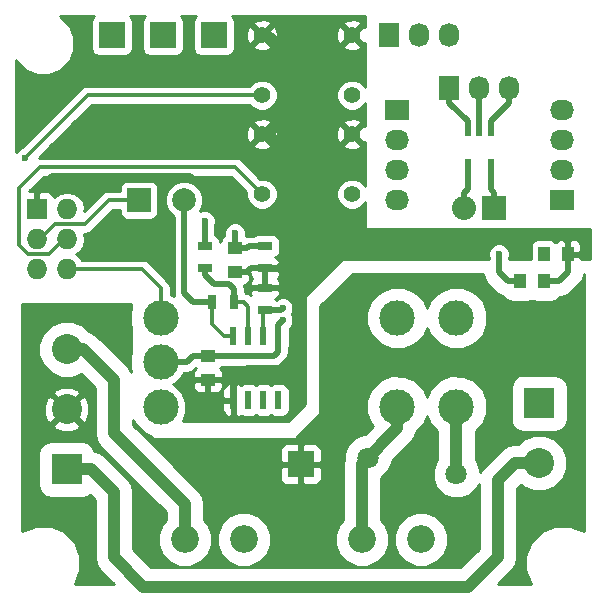
<source format=gbl>
%TF.GenerationSoftware,KiCad,Pcbnew,0.201512281231+6406~40~ubuntu14.04.1-stable*%
%TF.CreationDate,2016-01-03T22:13:40+01:00*%
%TF.ProjectId,hv,68762E6B696361645F70636200000000,rev?*%
%TF.FileFunction,Copper,L2,Bot,Signal*%
%FSLAX46Y46*%
G04 Gerber Fmt 4.6, Leading zero omitted, Abs format (unit mm)*
G04 Created by KiCad (PCBNEW 0.201512281231+6406~40~ubuntu14.04.1-stable) date Son 03 Jan 2016 22:13:40 CET*
%MOMM*%
G01*
G04 APERTURE LIST*
%ADD10C,0.200000*%
%ADD11C,2.349500*%
%ADD12R,1.727200X1.727200*%
%ADD13O,1.727200X1.727200*%
%ADD14R,2.235200X2.235200*%
%ADD15R,2.540000X2.540000*%
%ADD16C,2.540000*%
%ADD17C,3.000000*%
%ADD18R,0.600000X1.550000*%
%ADD19R,1.250000X1.000000*%
%ADD20R,1.000000X1.250000*%
%ADD21C,1.998980*%
%ADD22R,1.998980X1.998980*%
%ADD23R,1.300000X0.700000*%
%ADD24R,0.700000X1.300000*%
%ADD25C,1.800000*%
%ADD26C,1.397000*%
%ADD27R,2.032000X1.727200*%
%ADD28O,2.032000X1.727200*%
%ADD29R,1.727200X2.032000*%
%ADD30O,1.727200X2.032000*%
%ADD31R,2.032000X2.032000*%
%ADD32O,2.032000X2.032000*%
%ADD33R,0.600000X0.900000*%
%ADD34C,0.600000*%
%ADD35C,0.500000*%
%ADD36C,0.350000*%
%ADD37C,1.000000*%
%ADD38C,0.254000*%
G04 APERTURE END LIST*
D10*
D11*
X174998740Y-110000000D03*
X170000020Y-110000000D03*
X185001260Y-110000000D03*
X189999980Y-110000000D03*
D12*
X157480000Y-82042000D03*
D13*
X160020000Y-82042000D03*
X157480000Y-84582000D03*
X160020000Y-84582000D03*
X157480000Y-87122000D03*
X160020000Y-87122000D03*
D14*
X168148000Y-67310000D03*
X172466000Y-67310000D03*
X163830000Y-67310000D03*
D15*
X200000000Y-98460000D03*
D16*
X200000000Y-103540000D03*
D17*
X168000000Y-91250000D03*
X168000000Y-95000000D03*
X168000000Y-98750000D03*
X188000000Y-91250000D03*
X188000000Y-98750000D03*
X193000000Y-91250000D03*
X193000000Y-98750000D03*
D18*
X174117000Y-92804000D03*
X175387000Y-92804000D03*
X176657000Y-92804000D03*
X177927000Y-92804000D03*
X177927000Y-98204000D03*
X176657000Y-98204000D03*
X175387000Y-98204000D03*
X174117000Y-98204000D03*
D19*
X171958000Y-94504000D03*
X171958000Y-96504000D03*
D20*
X200422000Y-85852000D03*
X202422000Y-85852000D03*
D19*
X174244000Y-85360000D03*
X174244000Y-87360000D03*
D20*
X198390000Y-88138000D03*
X200390000Y-88138000D03*
D21*
X169926000Y-81280000D03*
D22*
X166116000Y-81280000D03*
D15*
X160000000Y-104080000D03*
D16*
X160000000Y-99000000D03*
X160000000Y-93920000D03*
D23*
X171704000Y-87056000D03*
X171704000Y-85156000D03*
X176784000Y-88712000D03*
X176784000Y-90612000D03*
D24*
X174178000Y-89916000D03*
X172278000Y-89916000D03*
D23*
X176784000Y-87056000D03*
X176784000Y-85156000D03*
D25*
X193000000Y-104500000D03*
X185500000Y-103100000D03*
D14*
X179832000Y-103632000D03*
D26*
X176530000Y-72390000D03*
X176530000Y-67310000D03*
X184150000Y-72390000D03*
X184150000Y-67310000D03*
X176530000Y-80772000D03*
X176530000Y-75692000D03*
X184150000Y-80772000D03*
X184150000Y-75692000D03*
D27*
X187960000Y-73660000D03*
D28*
X187960000Y-76200000D03*
X187960000Y-78740000D03*
X187960000Y-81280000D03*
D27*
X201930000Y-81280000D03*
D28*
X201930000Y-78740000D03*
X201930000Y-76200000D03*
X201930000Y-73660000D03*
D29*
X192405000Y-71755000D03*
D30*
X194945000Y-71755000D03*
X197485000Y-71755000D03*
D31*
X196215000Y-81915000D03*
D32*
X193675000Y-81915000D03*
D33*
X195895000Y-78235000D03*
X194945000Y-75435000D03*
X193995000Y-78235000D03*
X195895000Y-75435000D03*
X193995000Y-75435000D03*
D29*
X187325000Y-67310000D03*
D30*
X189865000Y-67310000D03*
X192405000Y-67310000D03*
D34*
X174244000Y-84074000D03*
X178308000Y-91440000D03*
X196596000Y-85852000D03*
X202438000Y-84836000D03*
X156464000Y-77724000D03*
X171704000Y-83058000D03*
X178308000Y-90424000D03*
D35*
X174244000Y-85360000D02*
X174244000Y-84074000D01*
X176784000Y-85156000D02*
X175448000Y-85156000D01*
X175448000Y-85156000D02*
X175244000Y-85360000D01*
X175244000Y-85360000D02*
X174244000Y-85360000D01*
D36*
X157480000Y-84582000D02*
X157734000Y-84582000D01*
X157734000Y-84582000D02*
X159004000Y-83312000D01*
X159004000Y-83312000D02*
X161544000Y-83312000D01*
X161544000Y-83312000D02*
X163576000Y-81280000D01*
X163576000Y-81280000D02*
X166116000Y-81280000D01*
D35*
X177927000Y-92804000D02*
X177927000Y-91821000D01*
X177927000Y-91821000D02*
X178308000Y-91440000D01*
X168000000Y-95000000D02*
X170176000Y-95000000D01*
X170176000Y-95000000D02*
X170672000Y-94504000D01*
X170672000Y-94504000D02*
X171958000Y-94504000D01*
X171958000Y-94504000D02*
X177530000Y-94504000D01*
X177530000Y-94504000D02*
X177927000Y-94107000D01*
X177927000Y-94107000D02*
X177927000Y-92804000D01*
X198390000Y-88138000D02*
X197358000Y-88138000D01*
X197358000Y-88138000D02*
X196596000Y-87376000D01*
X196596000Y-87376000D02*
X196596000Y-85852000D01*
D36*
X171958000Y-94504000D02*
X170672000Y-94504000D01*
X170672000Y-94504000D02*
X170176000Y-95000000D01*
X171958000Y-94504000D02*
X177530000Y-94504000D01*
X177530000Y-94504000D02*
X177927000Y-94107000D01*
X177927000Y-94107000D02*
X177927000Y-92804000D01*
D35*
X176530000Y-75692000D02*
X177292000Y-75692000D01*
X177292000Y-75692000D02*
X178054000Y-76454000D01*
X178054000Y-76454000D02*
X178054000Y-83058000D01*
X176530000Y-67310000D02*
X177292000Y-67310000D01*
X178054000Y-74930000D02*
X177292000Y-75692000D01*
X178054000Y-68072000D02*
X178054000Y-74930000D01*
X177292000Y-67310000D02*
X178054000Y-68072000D01*
X157480000Y-82042000D02*
X157480000Y-80518000D01*
X157480000Y-80518000D02*
X158750000Y-79248000D01*
X158750000Y-79248000D02*
X170434000Y-79248000D01*
X170434000Y-79248000D02*
X174244000Y-83058000D01*
X174244000Y-83058000D02*
X178054000Y-83058000D01*
X178054000Y-83058000D02*
X179324000Y-84328000D01*
X176784000Y-87056000D02*
X177866000Y-87056000D01*
X177866000Y-87056000D02*
X178562000Y-86360000D01*
X178562000Y-86360000D02*
X178562000Y-85090000D01*
X178562000Y-85090000D02*
X179324000Y-84328000D01*
X201930000Y-84328000D02*
X202438000Y-84836000D01*
X179324000Y-84328000D02*
X201930000Y-84328000D01*
X174117000Y-98204000D02*
X174117000Y-96647000D01*
X178374000Y-88712000D02*
X176784000Y-88712000D01*
X179324000Y-89662000D02*
X178374000Y-88712000D01*
X179324000Y-94234000D02*
X179324000Y-89662000D01*
X178054000Y-95504000D02*
X179324000Y-94234000D01*
X175260000Y-95504000D02*
X178054000Y-95504000D01*
X174117000Y-96647000D02*
X175260000Y-95504000D01*
X176784000Y-87056000D02*
X176784000Y-88712000D01*
X176784000Y-87056000D02*
X175580000Y-87056000D01*
X175580000Y-87056000D02*
X175276000Y-87360000D01*
X175276000Y-87360000D02*
X174244000Y-87360000D01*
X200390000Y-88138000D02*
X201676000Y-88138000D01*
X202422000Y-84852000D02*
X202438000Y-84836000D01*
X202422000Y-87392000D02*
X202422000Y-84852000D01*
X201676000Y-88138000D02*
X202422000Y-87392000D01*
D36*
X174244000Y-87360000D02*
X175276000Y-87360000D01*
X175276000Y-87360000D02*
X175580000Y-87056000D01*
X171958000Y-96504000D02*
X173720000Y-96504000D01*
X173720000Y-96504000D02*
X174117000Y-96901000D01*
X174117000Y-96901000D02*
X174117000Y-98204000D01*
D37*
X160000000Y-93920000D02*
X161420000Y-93920000D01*
X161420000Y-93920000D02*
X164000000Y-96500000D01*
X164000000Y-96500000D02*
X164000000Y-101000000D01*
X164000000Y-101000000D02*
X170000020Y-107000020D01*
X170000020Y-107000020D02*
X170000020Y-110000000D01*
X185001260Y-110000000D02*
X185001260Y-103598740D01*
X185001260Y-103598740D02*
X188000000Y-100600000D01*
X188000000Y-100600000D02*
X188000000Y-98750000D01*
D36*
X160020000Y-84582000D02*
X159766000Y-84582000D01*
X159766000Y-84582000D02*
X158496000Y-85852000D01*
X174244000Y-78486000D02*
X176530000Y-80772000D01*
X157734000Y-78486000D02*
X174244000Y-78486000D01*
X155956000Y-80264000D02*
X157734000Y-78486000D01*
X155956000Y-85090000D02*
X155956000Y-80264000D01*
X156718000Y-85852000D02*
X155956000Y-85090000D01*
X158496000Y-85852000D02*
X156718000Y-85852000D01*
X161798000Y-72390000D02*
X176530000Y-72390000D01*
X156464000Y-77724000D02*
X161798000Y-72390000D01*
X168000000Y-91250000D02*
X168000000Y-88752000D01*
X168000000Y-88752000D02*
X166370000Y-87122000D01*
X166370000Y-87122000D02*
X160020000Y-87122000D01*
D37*
X160000000Y-104080000D02*
X162080000Y-104080000D01*
X162080000Y-104080000D02*
X164000000Y-106000000D01*
X164000000Y-106000000D02*
X164000000Y-111500000D01*
X164000000Y-111500000D02*
X166500000Y-114000000D01*
X166500000Y-114000000D02*
X194000000Y-114000000D01*
X194000000Y-114000000D02*
X196500000Y-111500000D01*
X196500000Y-111500000D02*
X196500000Y-105000000D01*
X196500000Y-105000000D02*
X197960000Y-103540000D01*
X197960000Y-103540000D02*
X200000000Y-103540000D01*
D35*
X171704000Y-85156000D02*
X171704000Y-83058000D01*
X174178000Y-89916000D02*
X174178000Y-88834000D01*
X174178000Y-88834000D02*
X173736000Y-88392000D01*
X173736000Y-88392000D02*
X172466000Y-88392000D01*
X172466000Y-88392000D02*
X171704000Y-87630000D01*
X171704000Y-87630000D02*
X171704000Y-87056000D01*
D36*
X171704000Y-87056000D02*
X171704000Y-87630000D01*
X171704000Y-87630000D02*
X172466000Y-88392000D01*
X172466000Y-88392000D02*
X173736000Y-88392000D01*
X173736000Y-88392000D02*
X174178000Y-88834000D01*
X175387000Y-92804000D02*
X175387000Y-90297000D01*
X175387000Y-90297000D02*
X175006000Y-89916000D01*
X175006000Y-89916000D02*
X174178000Y-89916000D01*
D35*
X176784000Y-90612000D02*
X178120000Y-90612000D01*
X178120000Y-90612000D02*
X178308000Y-90424000D01*
D36*
X176657000Y-92804000D02*
X176657000Y-90739000D01*
X176657000Y-90739000D02*
X176784000Y-90612000D01*
D37*
X193000000Y-98750000D02*
X193000000Y-104500000D01*
D35*
X172278000Y-89916000D02*
X170688000Y-89916000D01*
X169926000Y-89154000D02*
X169926000Y-81280000D01*
X170688000Y-89916000D02*
X169926000Y-89154000D01*
D36*
X174117000Y-92804000D02*
X173322000Y-92804000D01*
X173322000Y-92804000D02*
X172278000Y-91760000D01*
X172278000Y-91760000D02*
X172278000Y-89916000D01*
D35*
X193995000Y-75435000D02*
X193995000Y-74615000D01*
X192405000Y-73025000D02*
X192405000Y-71755000D01*
X193995000Y-74615000D02*
X192405000Y-73025000D01*
X194945000Y-75435000D02*
X194945000Y-71755000D01*
X195895000Y-75435000D02*
X195895000Y-74615000D01*
X197485000Y-73025000D02*
X197485000Y-71755000D01*
X195895000Y-74615000D02*
X197485000Y-73025000D01*
X195895000Y-78235000D02*
X195895000Y-80325000D01*
X196215000Y-80645000D02*
X196215000Y-81915000D01*
X195895000Y-80325000D02*
X196215000Y-80645000D01*
X193995000Y-78235000D02*
X193995000Y-80325000D01*
X193675000Y-80645000D02*
X193675000Y-81915000D01*
X193995000Y-80325000D02*
X193675000Y-80645000D01*
D38*
G36*
X195323818Y-87902955D02*
X195622314Y-88349686D01*
X196384314Y-89111686D01*
X196831045Y-89410182D01*
X196987198Y-89441243D01*
X197066331Y-89564219D01*
X197442944Y-89821548D01*
X197890000Y-89912079D01*
X198890000Y-89912079D01*
X199307641Y-89833494D01*
X199386325Y-89782862D01*
X199442944Y-89821548D01*
X199890000Y-89912079D01*
X200890000Y-89912079D01*
X201307641Y-89833494D01*
X201691219Y-89586669D01*
X201750285Y-89500224D01*
X202202955Y-89410182D01*
X202649686Y-89111686D01*
X203395686Y-88365686D01*
X203694182Y-87918955D01*
X203776921Y-87503000D01*
X203798000Y-87503000D01*
X203798000Y-109329737D01*
X203791766Y-109323492D01*
X202631121Y-108841550D01*
X201374393Y-108840453D01*
X200212908Y-109320369D01*
X199323492Y-110208234D01*
X198841550Y-111368879D01*
X198840453Y-112625607D01*
X199320369Y-113787092D01*
X199331258Y-113798000D01*
X196502926Y-113798000D01*
X197650463Y-112650463D01*
X198003152Y-112122626D01*
X198127000Y-111500000D01*
X198127000Y-105673926D01*
X198435413Y-105365513D01*
X198640436Y-105570893D01*
X199521115Y-105936583D01*
X200474701Y-105937415D01*
X201356018Y-105573263D01*
X202030893Y-104899564D01*
X202396583Y-104018885D01*
X202397415Y-103065299D01*
X202033263Y-102183982D01*
X201359564Y-101509107D01*
X200478885Y-101143417D01*
X199525299Y-101142585D01*
X198643982Y-101506737D01*
X198237010Y-101913000D01*
X197960005Y-101913000D01*
X197960000Y-101912999D01*
X197337374Y-102036848D01*
X196809537Y-102389537D01*
X195349537Y-103849537D01*
X195027147Y-104332028D01*
X195027351Y-104098574D01*
X194719409Y-103353297D01*
X194627000Y-103260727D01*
X194627000Y-100837739D01*
X195225764Y-100240019D01*
X195626543Y-99274835D01*
X195627455Y-98229750D01*
X195228361Y-97263868D01*
X195154622Y-97190000D01*
X197580921Y-97190000D01*
X197580921Y-99730000D01*
X197659506Y-100147641D01*
X197906331Y-100531219D01*
X198282944Y-100788548D01*
X198730000Y-100879079D01*
X201270000Y-100879079D01*
X201687641Y-100800494D01*
X202071219Y-100553669D01*
X202328548Y-100177056D01*
X202419079Y-99730000D01*
X202419079Y-97190000D01*
X202340494Y-96772359D01*
X202093669Y-96388781D01*
X201717056Y-96131452D01*
X201270000Y-96040921D01*
X198730000Y-96040921D01*
X198312359Y-96119506D01*
X197928781Y-96366331D01*
X197671452Y-96742944D01*
X197580921Y-97190000D01*
X195154622Y-97190000D01*
X194490019Y-96524236D01*
X193524835Y-96123457D01*
X192479750Y-96122545D01*
X191513868Y-96521639D01*
X190774236Y-97259981D01*
X190499820Y-97920849D01*
X190228361Y-97263868D01*
X189490019Y-96524236D01*
X188524835Y-96123457D01*
X187479750Y-96122545D01*
X186513868Y-96521639D01*
X185774236Y-97259981D01*
X185373457Y-98225165D01*
X185372545Y-99270250D01*
X185771639Y-100236132D01*
X185917163Y-100381911D01*
X185226313Y-101072761D01*
X185098574Y-101072649D01*
X184353297Y-101380591D01*
X183782595Y-101950298D01*
X183473353Y-102695036D01*
X183472997Y-103102354D01*
X183374260Y-103598740D01*
X183374260Y-108371834D01*
X183051069Y-108694461D01*
X182699910Y-109540145D01*
X182699111Y-110455838D01*
X183048793Y-111302133D01*
X183695721Y-111950191D01*
X184541405Y-112301350D01*
X185457098Y-112302149D01*
X186303393Y-111952467D01*
X186951451Y-111305539D01*
X187302610Y-110459855D01*
X187302613Y-110455838D01*
X187697831Y-110455838D01*
X188047513Y-111302133D01*
X188694441Y-111950191D01*
X189540125Y-112301350D01*
X190455818Y-112302149D01*
X191302113Y-111952467D01*
X191950171Y-111305539D01*
X192301330Y-110459855D01*
X192302129Y-109544162D01*
X191952447Y-108697867D01*
X191305519Y-108049809D01*
X190459835Y-107698650D01*
X189544142Y-107697851D01*
X188697847Y-108047533D01*
X188049789Y-108694461D01*
X187698630Y-109540145D01*
X187697831Y-110455838D01*
X187302613Y-110455838D01*
X187303409Y-109544162D01*
X186953727Y-108697867D01*
X186628260Y-108371832D01*
X186628260Y-104827029D01*
X186646703Y-104819409D01*
X187217405Y-104249702D01*
X187526647Y-103504964D01*
X187526761Y-103374165D01*
X189150463Y-101750463D01*
X189503152Y-101222626D01*
X189567995Y-100896641D01*
X190225764Y-100240019D01*
X190500180Y-99579151D01*
X190771639Y-100236132D01*
X191373000Y-100838544D01*
X191373000Y-103260051D01*
X191282595Y-103350298D01*
X190973353Y-104095036D01*
X190972649Y-104901426D01*
X191280591Y-105646703D01*
X191850298Y-106217405D01*
X192595036Y-106526647D01*
X193401426Y-106527351D01*
X194146703Y-106219409D01*
X194717405Y-105649702D01*
X194873000Y-105274987D01*
X194873000Y-110826074D01*
X193326074Y-112373000D01*
X167173926Y-112373000D01*
X165627000Y-110826074D01*
X165627000Y-106000000D01*
X165503152Y-105377374D01*
X165150463Y-104849537D01*
X163230463Y-102929537D01*
X162702626Y-102576848D01*
X162362477Y-102509188D01*
X162340494Y-102392359D01*
X162093669Y-102008781D01*
X161717056Y-101751452D01*
X161270000Y-101660921D01*
X158730000Y-101660921D01*
X158312359Y-101739506D01*
X157928781Y-101986331D01*
X157671452Y-102362944D01*
X157580921Y-102810000D01*
X157580921Y-105350000D01*
X157659506Y-105767641D01*
X157906331Y-106151219D01*
X158282944Y-106408548D01*
X158730000Y-106499079D01*
X161270000Y-106499079D01*
X161687641Y-106420494D01*
X161950453Y-106251379D01*
X162373000Y-106673926D01*
X162373000Y-111500000D01*
X162496848Y-112122626D01*
X162849537Y-112650463D01*
X163997074Y-113798000D01*
X160670263Y-113798000D01*
X160676508Y-113791766D01*
X161158450Y-112631121D01*
X161159547Y-111374393D01*
X160679631Y-110212908D01*
X159791766Y-109323492D01*
X158631121Y-108841550D01*
X157374393Y-108840453D01*
X156212908Y-109320369D01*
X156202000Y-109331258D01*
X156202000Y-100347777D01*
X158831828Y-100347777D01*
X158963520Y-100642657D01*
X159671036Y-100914261D01*
X160428632Y-100894436D01*
X161036480Y-100642657D01*
X161168172Y-100347777D01*
X160000000Y-99179605D01*
X158831828Y-100347777D01*
X156202000Y-100347777D01*
X156202000Y-98671036D01*
X158085739Y-98671036D01*
X158105564Y-99428632D01*
X158357343Y-100036480D01*
X158652223Y-100168172D01*
X159820395Y-99000000D01*
X160179605Y-99000000D01*
X161347777Y-100168172D01*
X161642657Y-100036480D01*
X161914261Y-99328964D01*
X161894436Y-98571368D01*
X161642657Y-97963520D01*
X161347777Y-97831828D01*
X160179605Y-99000000D01*
X159820395Y-99000000D01*
X158652223Y-97831828D01*
X158357343Y-97963520D01*
X158085739Y-98671036D01*
X156202000Y-98671036D01*
X156202000Y-97652223D01*
X158831828Y-97652223D01*
X160000000Y-98820395D01*
X161168172Y-97652223D01*
X161036480Y-97357343D01*
X160328964Y-97085739D01*
X159571368Y-97105564D01*
X158963520Y-97357343D01*
X158831828Y-97652223D01*
X156202000Y-97652223D01*
X156202000Y-90043000D01*
X165481000Y-90043000D01*
X165481000Y-90466172D01*
X165373457Y-90725165D01*
X165372545Y-91770250D01*
X165481000Y-92032731D01*
X165481000Y-94216172D01*
X165373457Y-94475165D01*
X165372545Y-95520250D01*
X165481000Y-95782731D01*
X165481000Y-95844221D01*
X165150463Y-95349537D01*
X162570463Y-92769537D01*
X162042626Y-92416848D01*
X161847675Y-92378070D01*
X161359564Y-91889107D01*
X160478885Y-91523417D01*
X159525299Y-91522585D01*
X158643982Y-91886737D01*
X157969107Y-92560436D01*
X157603417Y-93441115D01*
X157602585Y-94394701D01*
X157966737Y-95276018D01*
X158640436Y-95950893D01*
X159521115Y-96316583D01*
X160474701Y-96317415D01*
X161211890Y-96012816D01*
X162373000Y-97173926D01*
X162373000Y-101000000D01*
X162496848Y-101622626D01*
X162849537Y-102150463D01*
X168373020Y-107673945D01*
X168373020Y-108371834D01*
X168049829Y-108694461D01*
X167698670Y-109540145D01*
X167697871Y-110455838D01*
X168047553Y-111302133D01*
X168694481Y-111950191D01*
X169540165Y-112301350D01*
X170455858Y-112302149D01*
X171302153Y-111952467D01*
X171950211Y-111305539D01*
X172301370Y-110459855D01*
X172301373Y-110455838D01*
X172696591Y-110455838D01*
X173046273Y-111302133D01*
X173693201Y-111950191D01*
X174538885Y-112301350D01*
X175454578Y-112302149D01*
X176300873Y-111952467D01*
X176948931Y-111305539D01*
X177300090Y-110459855D01*
X177300889Y-109544162D01*
X176951207Y-108697867D01*
X176304279Y-108049809D01*
X175458595Y-107698650D01*
X174542902Y-107697851D01*
X173696607Y-108047533D01*
X173048549Y-108694461D01*
X172697390Y-109540145D01*
X172696591Y-110455838D01*
X172301373Y-110455838D01*
X172302169Y-109544162D01*
X171952487Y-108697867D01*
X171627020Y-108371832D01*
X171627020Y-107000025D01*
X171627021Y-107000020D01*
X171503172Y-106377394D01*
X171352047Y-106151219D01*
X171150483Y-105849557D01*
X171150480Y-105849555D01*
X169218676Y-103917750D01*
X178079400Y-103917750D01*
X178079400Y-104875910D01*
X178176073Y-105109299D01*
X178354702Y-105287927D01*
X178588091Y-105384600D01*
X179546250Y-105384600D01*
X179705000Y-105225850D01*
X179705000Y-103759000D01*
X179959000Y-103759000D01*
X179959000Y-105225850D01*
X180117750Y-105384600D01*
X181075909Y-105384600D01*
X181309298Y-105287927D01*
X181487927Y-105109299D01*
X181584600Y-104875910D01*
X181584600Y-103917750D01*
X181425850Y-103759000D01*
X179959000Y-103759000D01*
X179705000Y-103759000D01*
X178238150Y-103759000D01*
X178079400Y-103917750D01*
X169218676Y-103917750D01*
X167689016Y-102388090D01*
X178079400Y-102388090D01*
X178079400Y-103346250D01*
X178238150Y-103505000D01*
X179705000Y-103505000D01*
X179705000Y-102038150D01*
X179959000Y-102038150D01*
X179959000Y-103505000D01*
X181425850Y-103505000D01*
X181584600Y-103346250D01*
X181584600Y-102388090D01*
X181487927Y-102154701D01*
X181309298Y-101976073D01*
X181075909Y-101879400D01*
X180117750Y-101879400D01*
X179959000Y-102038150D01*
X179705000Y-102038150D01*
X179546250Y-101879400D01*
X178588091Y-101879400D01*
X178354702Y-101976073D01*
X178176073Y-102154701D01*
X178079400Y-102388090D01*
X167689016Y-102388090D01*
X165627000Y-100326074D01*
X165627000Y-99886079D01*
X165771639Y-100236132D01*
X166509981Y-100975764D01*
X167067773Y-101207379D01*
X167296197Y-101435803D01*
X167338211Y-101463666D01*
X167386000Y-101473000D01*
X179324000Y-101473000D01*
X179373410Y-101462994D01*
X179413803Y-101435803D01*
X181445803Y-99403803D01*
X181473666Y-99361789D01*
X181483000Y-99314000D01*
X181483000Y-91770250D01*
X185372545Y-91770250D01*
X185771639Y-92736132D01*
X186509981Y-93475764D01*
X187475165Y-93876543D01*
X188520250Y-93877455D01*
X189486132Y-93478361D01*
X190225764Y-92740019D01*
X190500180Y-92079151D01*
X190771639Y-92736132D01*
X191509981Y-93475764D01*
X192475165Y-93876543D01*
X193520250Y-93877455D01*
X194486132Y-93478361D01*
X195225764Y-92740019D01*
X195626543Y-91774835D01*
X195627455Y-90729750D01*
X195228361Y-89763868D01*
X194490019Y-89024236D01*
X193524835Y-88623457D01*
X192479750Y-88622545D01*
X191513868Y-89021639D01*
X190774236Y-89759981D01*
X190499820Y-90420849D01*
X190228361Y-89763868D01*
X189490019Y-89024236D01*
X188524835Y-88623457D01*
X187479750Y-88622545D01*
X186513868Y-89021639D01*
X185774236Y-89759981D01*
X185373457Y-90725165D01*
X185372545Y-91770250D01*
X181483000Y-91770250D01*
X181483000Y-90222606D01*
X184202606Y-87503000D01*
X195244262Y-87503000D01*
X195323818Y-87902955D01*
X195323818Y-87902955D01*
G37*
X195323818Y-87902955D02*
X195622314Y-88349686D01*
X196384314Y-89111686D01*
X196831045Y-89410182D01*
X196987198Y-89441243D01*
X197066331Y-89564219D01*
X197442944Y-89821548D01*
X197890000Y-89912079D01*
X198890000Y-89912079D01*
X199307641Y-89833494D01*
X199386325Y-89782862D01*
X199442944Y-89821548D01*
X199890000Y-89912079D01*
X200890000Y-89912079D01*
X201307641Y-89833494D01*
X201691219Y-89586669D01*
X201750285Y-89500224D01*
X202202955Y-89410182D01*
X202649686Y-89111686D01*
X203395686Y-88365686D01*
X203694182Y-87918955D01*
X203776921Y-87503000D01*
X203798000Y-87503000D01*
X203798000Y-109329737D01*
X203791766Y-109323492D01*
X202631121Y-108841550D01*
X201374393Y-108840453D01*
X200212908Y-109320369D01*
X199323492Y-110208234D01*
X198841550Y-111368879D01*
X198840453Y-112625607D01*
X199320369Y-113787092D01*
X199331258Y-113798000D01*
X196502926Y-113798000D01*
X197650463Y-112650463D01*
X198003152Y-112122626D01*
X198127000Y-111500000D01*
X198127000Y-105673926D01*
X198435413Y-105365513D01*
X198640436Y-105570893D01*
X199521115Y-105936583D01*
X200474701Y-105937415D01*
X201356018Y-105573263D01*
X202030893Y-104899564D01*
X202396583Y-104018885D01*
X202397415Y-103065299D01*
X202033263Y-102183982D01*
X201359564Y-101509107D01*
X200478885Y-101143417D01*
X199525299Y-101142585D01*
X198643982Y-101506737D01*
X198237010Y-101913000D01*
X197960005Y-101913000D01*
X197960000Y-101912999D01*
X197337374Y-102036848D01*
X196809537Y-102389537D01*
X195349537Y-103849537D01*
X195027147Y-104332028D01*
X195027351Y-104098574D01*
X194719409Y-103353297D01*
X194627000Y-103260727D01*
X194627000Y-100837739D01*
X195225764Y-100240019D01*
X195626543Y-99274835D01*
X195627455Y-98229750D01*
X195228361Y-97263868D01*
X195154622Y-97190000D01*
X197580921Y-97190000D01*
X197580921Y-99730000D01*
X197659506Y-100147641D01*
X197906331Y-100531219D01*
X198282944Y-100788548D01*
X198730000Y-100879079D01*
X201270000Y-100879079D01*
X201687641Y-100800494D01*
X202071219Y-100553669D01*
X202328548Y-100177056D01*
X202419079Y-99730000D01*
X202419079Y-97190000D01*
X202340494Y-96772359D01*
X202093669Y-96388781D01*
X201717056Y-96131452D01*
X201270000Y-96040921D01*
X198730000Y-96040921D01*
X198312359Y-96119506D01*
X197928781Y-96366331D01*
X197671452Y-96742944D01*
X197580921Y-97190000D01*
X195154622Y-97190000D01*
X194490019Y-96524236D01*
X193524835Y-96123457D01*
X192479750Y-96122545D01*
X191513868Y-96521639D01*
X190774236Y-97259981D01*
X190499820Y-97920849D01*
X190228361Y-97263868D01*
X189490019Y-96524236D01*
X188524835Y-96123457D01*
X187479750Y-96122545D01*
X186513868Y-96521639D01*
X185774236Y-97259981D01*
X185373457Y-98225165D01*
X185372545Y-99270250D01*
X185771639Y-100236132D01*
X185917163Y-100381911D01*
X185226313Y-101072761D01*
X185098574Y-101072649D01*
X184353297Y-101380591D01*
X183782595Y-101950298D01*
X183473353Y-102695036D01*
X183472997Y-103102354D01*
X183374260Y-103598740D01*
X183374260Y-108371834D01*
X183051069Y-108694461D01*
X182699910Y-109540145D01*
X182699111Y-110455838D01*
X183048793Y-111302133D01*
X183695721Y-111950191D01*
X184541405Y-112301350D01*
X185457098Y-112302149D01*
X186303393Y-111952467D01*
X186951451Y-111305539D01*
X187302610Y-110459855D01*
X187302613Y-110455838D01*
X187697831Y-110455838D01*
X188047513Y-111302133D01*
X188694441Y-111950191D01*
X189540125Y-112301350D01*
X190455818Y-112302149D01*
X191302113Y-111952467D01*
X191950171Y-111305539D01*
X192301330Y-110459855D01*
X192302129Y-109544162D01*
X191952447Y-108697867D01*
X191305519Y-108049809D01*
X190459835Y-107698650D01*
X189544142Y-107697851D01*
X188697847Y-108047533D01*
X188049789Y-108694461D01*
X187698630Y-109540145D01*
X187697831Y-110455838D01*
X187302613Y-110455838D01*
X187303409Y-109544162D01*
X186953727Y-108697867D01*
X186628260Y-108371832D01*
X186628260Y-104827029D01*
X186646703Y-104819409D01*
X187217405Y-104249702D01*
X187526647Y-103504964D01*
X187526761Y-103374165D01*
X189150463Y-101750463D01*
X189503152Y-101222626D01*
X189567995Y-100896641D01*
X190225764Y-100240019D01*
X190500180Y-99579151D01*
X190771639Y-100236132D01*
X191373000Y-100838544D01*
X191373000Y-103260051D01*
X191282595Y-103350298D01*
X190973353Y-104095036D01*
X190972649Y-104901426D01*
X191280591Y-105646703D01*
X191850298Y-106217405D01*
X192595036Y-106526647D01*
X193401426Y-106527351D01*
X194146703Y-106219409D01*
X194717405Y-105649702D01*
X194873000Y-105274987D01*
X194873000Y-110826074D01*
X193326074Y-112373000D01*
X167173926Y-112373000D01*
X165627000Y-110826074D01*
X165627000Y-106000000D01*
X165503152Y-105377374D01*
X165150463Y-104849537D01*
X163230463Y-102929537D01*
X162702626Y-102576848D01*
X162362477Y-102509188D01*
X162340494Y-102392359D01*
X162093669Y-102008781D01*
X161717056Y-101751452D01*
X161270000Y-101660921D01*
X158730000Y-101660921D01*
X158312359Y-101739506D01*
X157928781Y-101986331D01*
X157671452Y-102362944D01*
X157580921Y-102810000D01*
X157580921Y-105350000D01*
X157659506Y-105767641D01*
X157906331Y-106151219D01*
X158282944Y-106408548D01*
X158730000Y-106499079D01*
X161270000Y-106499079D01*
X161687641Y-106420494D01*
X161950453Y-106251379D01*
X162373000Y-106673926D01*
X162373000Y-111500000D01*
X162496848Y-112122626D01*
X162849537Y-112650463D01*
X163997074Y-113798000D01*
X160670263Y-113798000D01*
X160676508Y-113791766D01*
X161158450Y-112631121D01*
X161159547Y-111374393D01*
X160679631Y-110212908D01*
X159791766Y-109323492D01*
X158631121Y-108841550D01*
X157374393Y-108840453D01*
X156212908Y-109320369D01*
X156202000Y-109331258D01*
X156202000Y-100347777D01*
X158831828Y-100347777D01*
X158963520Y-100642657D01*
X159671036Y-100914261D01*
X160428632Y-100894436D01*
X161036480Y-100642657D01*
X161168172Y-100347777D01*
X160000000Y-99179605D01*
X158831828Y-100347777D01*
X156202000Y-100347777D01*
X156202000Y-98671036D01*
X158085739Y-98671036D01*
X158105564Y-99428632D01*
X158357343Y-100036480D01*
X158652223Y-100168172D01*
X159820395Y-99000000D01*
X160179605Y-99000000D01*
X161347777Y-100168172D01*
X161642657Y-100036480D01*
X161914261Y-99328964D01*
X161894436Y-98571368D01*
X161642657Y-97963520D01*
X161347777Y-97831828D01*
X160179605Y-99000000D01*
X159820395Y-99000000D01*
X158652223Y-97831828D01*
X158357343Y-97963520D01*
X158085739Y-98671036D01*
X156202000Y-98671036D01*
X156202000Y-97652223D01*
X158831828Y-97652223D01*
X160000000Y-98820395D01*
X161168172Y-97652223D01*
X161036480Y-97357343D01*
X160328964Y-97085739D01*
X159571368Y-97105564D01*
X158963520Y-97357343D01*
X158831828Y-97652223D01*
X156202000Y-97652223D01*
X156202000Y-90043000D01*
X165481000Y-90043000D01*
X165481000Y-90466172D01*
X165373457Y-90725165D01*
X165372545Y-91770250D01*
X165481000Y-92032731D01*
X165481000Y-94216172D01*
X165373457Y-94475165D01*
X165372545Y-95520250D01*
X165481000Y-95782731D01*
X165481000Y-95844221D01*
X165150463Y-95349537D01*
X162570463Y-92769537D01*
X162042626Y-92416848D01*
X161847675Y-92378070D01*
X161359564Y-91889107D01*
X160478885Y-91523417D01*
X159525299Y-91522585D01*
X158643982Y-91886737D01*
X157969107Y-92560436D01*
X157603417Y-93441115D01*
X157602585Y-94394701D01*
X157966737Y-95276018D01*
X158640436Y-95950893D01*
X159521115Y-96316583D01*
X160474701Y-96317415D01*
X161211890Y-96012816D01*
X162373000Y-97173926D01*
X162373000Y-101000000D01*
X162496848Y-101622626D01*
X162849537Y-102150463D01*
X168373020Y-107673945D01*
X168373020Y-108371834D01*
X168049829Y-108694461D01*
X167698670Y-109540145D01*
X167697871Y-110455838D01*
X168047553Y-111302133D01*
X168694481Y-111950191D01*
X169540165Y-112301350D01*
X170455858Y-112302149D01*
X171302153Y-111952467D01*
X171950211Y-111305539D01*
X172301370Y-110459855D01*
X172301373Y-110455838D01*
X172696591Y-110455838D01*
X173046273Y-111302133D01*
X173693201Y-111950191D01*
X174538885Y-112301350D01*
X175454578Y-112302149D01*
X176300873Y-111952467D01*
X176948931Y-111305539D01*
X177300090Y-110459855D01*
X177300889Y-109544162D01*
X176951207Y-108697867D01*
X176304279Y-108049809D01*
X175458595Y-107698650D01*
X174542902Y-107697851D01*
X173696607Y-108047533D01*
X173048549Y-108694461D01*
X172697390Y-109540145D01*
X172696591Y-110455838D01*
X172301373Y-110455838D01*
X172302169Y-109544162D01*
X171952487Y-108697867D01*
X171627020Y-108371832D01*
X171627020Y-107000025D01*
X171627021Y-107000020D01*
X171503172Y-106377394D01*
X171352047Y-106151219D01*
X171150483Y-105849557D01*
X171150480Y-105849555D01*
X169218676Y-103917750D01*
X178079400Y-103917750D01*
X178079400Y-104875910D01*
X178176073Y-105109299D01*
X178354702Y-105287927D01*
X178588091Y-105384600D01*
X179546250Y-105384600D01*
X179705000Y-105225850D01*
X179705000Y-103759000D01*
X179959000Y-103759000D01*
X179959000Y-105225850D01*
X180117750Y-105384600D01*
X181075909Y-105384600D01*
X181309298Y-105287927D01*
X181487927Y-105109299D01*
X181584600Y-104875910D01*
X181584600Y-103917750D01*
X181425850Y-103759000D01*
X179959000Y-103759000D01*
X179705000Y-103759000D01*
X178238150Y-103759000D01*
X178079400Y-103917750D01*
X169218676Y-103917750D01*
X167689016Y-102388090D01*
X178079400Y-102388090D01*
X178079400Y-103346250D01*
X178238150Y-103505000D01*
X179705000Y-103505000D01*
X179705000Y-102038150D01*
X179959000Y-102038150D01*
X179959000Y-103505000D01*
X181425850Y-103505000D01*
X181584600Y-103346250D01*
X181584600Y-102388090D01*
X181487927Y-102154701D01*
X181309298Y-101976073D01*
X181075909Y-101879400D01*
X180117750Y-101879400D01*
X179959000Y-102038150D01*
X179705000Y-102038150D01*
X179546250Y-101879400D01*
X178588091Y-101879400D01*
X178354702Y-101976073D01*
X178176073Y-102154701D01*
X178079400Y-102388090D01*
X167689016Y-102388090D01*
X165627000Y-100326074D01*
X165627000Y-99886079D01*
X165771639Y-100236132D01*
X166509981Y-100975764D01*
X167067773Y-101207379D01*
X167296197Y-101435803D01*
X167338211Y-101463666D01*
X167386000Y-101473000D01*
X179324000Y-101473000D01*
X179373410Y-101462994D01*
X179413803Y-101435803D01*
X181445803Y-99403803D01*
X181473666Y-99361789D01*
X181483000Y-99314000D01*
X181483000Y-91770250D01*
X185372545Y-91770250D01*
X185771639Y-92736132D01*
X186509981Y-93475764D01*
X187475165Y-93876543D01*
X188520250Y-93877455D01*
X189486132Y-93478361D01*
X190225764Y-92740019D01*
X190500180Y-92079151D01*
X190771639Y-92736132D01*
X191509981Y-93475764D01*
X192475165Y-93876543D01*
X193520250Y-93877455D01*
X194486132Y-93478361D01*
X195225764Y-92740019D01*
X195626543Y-91774835D01*
X195627455Y-90729750D01*
X195228361Y-89763868D01*
X194490019Y-89024236D01*
X193524835Y-88623457D01*
X192479750Y-88622545D01*
X191513868Y-89021639D01*
X190774236Y-89759981D01*
X190499820Y-90420849D01*
X190228361Y-89763868D01*
X189490019Y-89024236D01*
X188524835Y-88623457D01*
X187479750Y-88622545D01*
X186513868Y-89021639D01*
X185774236Y-89759981D01*
X185373457Y-90725165D01*
X185372545Y-91770250D01*
X181483000Y-91770250D01*
X181483000Y-90222606D01*
X184202606Y-87503000D01*
X195244262Y-87503000D01*
X195323818Y-87902955D01*
G36*
X162266647Y-65734157D02*
X162123483Y-65943683D01*
X162073117Y-66192400D01*
X162073117Y-68427600D01*
X162116837Y-68659952D01*
X162254157Y-68873353D01*
X162463683Y-69016517D01*
X162712400Y-69066883D01*
X164947600Y-69066883D01*
X165179952Y-69023163D01*
X165393353Y-68885843D01*
X165536517Y-68676317D01*
X165586883Y-68427600D01*
X165586883Y-66192400D01*
X165543163Y-65960048D01*
X165405843Y-65746647D01*
X165340500Y-65702000D01*
X166634620Y-65702000D01*
X166584647Y-65734157D01*
X166441483Y-65943683D01*
X166391117Y-66192400D01*
X166391117Y-68427600D01*
X166434837Y-68659952D01*
X166572157Y-68873353D01*
X166781683Y-69016517D01*
X167030400Y-69066883D01*
X169265600Y-69066883D01*
X169497952Y-69023163D01*
X169711353Y-68885843D01*
X169854517Y-68676317D01*
X169904883Y-68427600D01*
X169904883Y-66192400D01*
X169861163Y-65960048D01*
X169723843Y-65746647D01*
X169658500Y-65702000D01*
X170952620Y-65702000D01*
X170902647Y-65734157D01*
X170759483Y-65943683D01*
X170709117Y-66192400D01*
X170709117Y-68427600D01*
X170752837Y-68659952D01*
X170890157Y-68873353D01*
X171099683Y-69016517D01*
X171348400Y-69066883D01*
X173583600Y-69066883D01*
X173815952Y-69023163D01*
X174029353Y-68885843D01*
X174172517Y-68676317D01*
X174222883Y-68427600D01*
X174222883Y-68244188D01*
X175775417Y-68244188D01*
X175837071Y-68479800D01*
X176337480Y-68655927D01*
X176867199Y-68627148D01*
X177222929Y-68479800D01*
X177284583Y-68244188D01*
X183395417Y-68244188D01*
X183457071Y-68479800D01*
X183957480Y-68655927D01*
X184487199Y-68627148D01*
X184842929Y-68479800D01*
X184904583Y-68244188D01*
X184150000Y-67489605D01*
X183395417Y-68244188D01*
X177284583Y-68244188D01*
X176530000Y-67489605D01*
X175775417Y-68244188D01*
X174222883Y-68244188D01*
X174222883Y-67117480D01*
X175184073Y-67117480D01*
X175212852Y-67647199D01*
X175360200Y-68002929D01*
X175595812Y-68064583D01*
X176350395Y-67310000D01*
X176709605Y-67310000D01*
X177464188Y-68064583D01*
X177699800Y-68002929D01*
X177875927Y-67502520D01*
X177855009Y-67117480D01*
X182804073Y-67117480D01*
X182832852Y-67647199D01*
X182980200Y-68002929D01*
X183215812Y-68064583D01*
X183970395Y-67310000D01*
X183215812Y-66555417D01*
X182980200Y-66617071D01*
X182804073Y-67117480D01*
X177855009Y-67117480D01*
X177847148Y-66972801D01*
X177699800Y-66617071D01*
X177464188Y-66555417D01*
X176709605Y-67310000D01*
X176350395Y-67310000D01*
X175595812Y-66555417D01*
X175360200Y-66617071D01*
X175184073Y-67117480D01*
X174222883Y-67117480D01*
X174222883Y-66375812D01*
X175775417Y-66375812D01*
X176530000Y-67130395D01*
X177284583Y-66375812D01*
X183395417Y-66375812D01*
X184150000Y-67130395D01*
X184904583Y-66375812D01*
X184842929Y-66140200D01*
X184342520Y-65964073D01*
X183812801Y-65992852D01*
X183457071Y-66140200D01*
X183395417Y-66375812D01*
X177284583Y-66375812D01*
X177222929Y-66140200D01*
X176722520Y-65964073D01*
X176192801Y-65992852D01*
X175837071Y-66140200D01*
X175775417Y-66375812D01*
X174222883Y-66375812D01*
X174222883Y-66192400D01*
X174179163Y-65960048D01*
X174041843Y-65746647D01*
X173976500Y-65702000D01*
X185293000Y-65702000D01*
X185293000Y-66610058D01*
X185084188Y-66555417D01*
X184329605Y-67310000D01*
X185084188Y-68064583D01*
X185293000Y-68009942D01*
X185293000Y-71685260D01*
X185274359Y-71640146D01*
X184901816Y-71266951D01*
X184414815Y-71064731D01*
X183887498Y-71064270D01*
X183400146Y-71265641D01*
X183026951Y-71638184D01*
X182824731Y-72125185D01*
X182824270Y-72652502D01*
X183025641Y-73139854D01*
X183398184Y-73513049D01*
X183885185Y-73715269D01*
X184412502Y-73715730D01*
X184899854Y-73514359D01*
X185273049Y-73141816D01*
X185293000Y-73093769D01*
X185293000Y-74992058D01*
X185084188Y-74937417D01*
X184329605Y-75692000D01*
X185084188Y-76446583D01*
X185293000Y-76391942D01*
X185293000Y-80067260D01*
X185274359Y-80022146D01*
X184901816Y-79648951D01*
X184414815Y-79446731D01*
X183887498Y-79446270D01*
X183400146Y-79647641D01*
X183026951Y-80020184D01*
X182824731Y-80507185D01*
X182824270Y-81034502D01*
X183025641Y-81521854D01*
X183398184Y-81895049D01*
X183885185Y-82097269D01*
X184412502Y-82097730D01*
X184899854Y-81896359D01*
X185273049Y-81523816D01*
X185293000Y-81475769D01*
X185293000Y-83566000D01*
X185303006Y-83615410D01*
X185331447Y-83657035D01*
X185373841Y-83684315D01*
X185420000Y-83693000D01*
X204298000Y-83693000D01*
X204298000Y-86233000D01*
X203557000Y-86233000D01*
X203557000Y-86137750D01*
X203398250Y-85979000D01*
X202549000Y-85979000D01*
X202549000Y-85999000D01*
X202295000Y-85999000D01*
X202295000Y-85979000D01*
X202275000Y-85979000D01*
X202275000Y-85725000D01*
X202295000Y-85725000D01*
X202295000Y-84750750D01*
X202549000Y-84750750D01*
X202549000Y-85725000D01*
X203398250Y-85725000D01*
X203557000Y-85566250D01*
X203557000Y-85100690D01*
X203460327Y-84867301D01*
X203281698Y-84688673D01*
X203048309Y-84592000D01*
X202707750Y-84592000D01*
X202549000Y-84750750D01*
X202295000Y-84750750D01*
X202136250Y-84592000D01*
X201795691Y-84592000D01*
X201562302Y-84688673D01*
X201415279Y-84835695D01*
X201380243Y-84781247D01*
X201170717Y-84638083D01*
X200922000Y-84587717D01*
X199922000Y-84587717D01*
X199689648Y-84631437D01*
X199476247Y-84768757D01*
X199333083Y-84978283D01*
X199282717Y-85227000D01*
X199282717Y-86233000D01*
X197473000Y-86233000D01*
X197473000Y-86157226D01*
X197522839Y-86037201D01*
X197523161Y-85668417D01*
X197382331Y-85327583D01*
X197121789Y-85066586D01*
X196781201Y-84925161D01*
X196412417Y-84924839D01*
X196071583Y-85065669D01*
X195810586Y-85326211D01*
X195669161Y-85666799D01*
X195668839Y-86035583D01*
X195719000Y-86156982D01*
X195719000Y-86233000D01*
X183388000Y-86233000D01*
X183338590Y-86243006D01*
X183298197Y-86270197D01*
X180250197Y-89318197D01*
X180222334Y-89360211D01*
X180213000Y-89408000D01*
X180213000Y-98499394D01*
X178763394Y-99949000D01*
X169805213Y-99949000D01*
X170126630Y-99174943D01*
X170127227Y-98489750D01*
X173182000Y-98489750D01*
X173182000Y-99105309D01*
X173278673Y-99338698D01*
X173457301Y-99517327D01*
X173690690Y-99614000D01*
X173831250Y-99614000D01*
X173990000Y-99455250D01*
X173990000Y-98331000D01*
X173340750Y-98331000D01*
X173182000Y-98489750D01*
X170127227Y-98489750D01*
X170127368Y-98328770D01*
X169804234Y-97546726D01*
X169206422Y-96947869D01*
X169031469Y-96875222D01*
X169203274Y-96804234D01*
X169217783Y-96789750D01*
X170698000Y-96789750D01*
X170698000Y-97130309D01*
X170794673Y-97363698D01*
X170973301Y-97542327D01*
X171206690Y-97639000D01*
X171672250Y-97639000D01*
X171831000Y-97480250D01*
X171831000Y-96631000D01*
X172085000Y-96631000D01*
X172085000Y-97480250D01*
X172243750Y-97639000D01*
X172709310Y-97639000D01*
X172942699Y-97542327D01*
X173121327Y-97363698D01*
X173146596Y-97302691D01*
X173182000Y-97302691D01*
X173182000Y-97918250D01*
X173340750Y-98077000D01*
X173990000Y-98077000D01*
X173990000Y-96952750D01*
X174244000Y-96952750D01*
X174244000Y-98077000D01*
X174264000Y-98077000D01*
X174264000Y-98331000D01*
X174244000Y-98331000D01*
X174244000Y-99455250D01*
X174402750Y-99614000D01*
X174543310Y-99614000D01*
X174768944Y-99520539D01*
X174838283Y-99567917D01*
X175087000Y-99618283D01*
X175687000Y-99618283D01*
X175919352Y-99574563D01*
X176021660Y-99508730D01*
X176108283Y-99567917D01*
X176357000Y-99618283D01*
X176957000Y-99618283D01*
X177189352Y-99574563D01*
X177291660Y-99508730D01*
X177378283Y-99567917D01*
X177627000Y-99618283D01*
X178227000Y-99618283D01*
X178459352Y-99574563D01*
X178672753Y-99437243D01*
X178815917Y-99227717D01*
X178866283Y-98979000D01*
X178866283Y-97429000D01*
X178822563Y-97196648D01*
X178685243Y-96983247D01*
X178475717Y-96840083D01*
X178227000Y-96789717D01*
X177627000Y-96789717D01*
X177394648Y-96833437D01*
X177292340Y-96899270D01*
X177205717Y-96840083D01*
X176957000Y-96789717D01*
X176357000Y-96789717D01*
X176124648Y-96833437D01*
X176022340Y-96899270D01*
X175935717Y-96840083D01*
X175687000Y-96789717D01*
X175087000Y-96789717D01*
X174854648Y-96833437D01*
X174770008Y-96887901D01*
X174543310Y-96794000D01*
X174402750Y-96794000D01*
X174244000Y-96952750D01*
X173990000Y-96952750D01*
X173831250Y-96794000D01*
X173690690Y-96794000D01*
X173457301Y-96890673D01*
X173278673Y-97069302D01*
X173182000Y-97302691D01*
X173146596Y-97302691D01*
X173218000Y-97130309D01*
X173218000Y-96789750D01*
X173059250Y-96631000D01*
X172085000Y-96631000D01*
X171831000Y-96631000D01*
X170856750Y-96631000D01*
X170698000Y-96789750D01*
X169217783Y-96789750D01*
X169802131Y-96206422D01*
X169938919Y-95877000D01*
X170176000Y-95877000D01*
X170511613Y-95810242D01*
X170796133Y-95620133D01*
X170929267Y-95486999D01*
X170942758Y-95496216D01*
X170794673Y-95644302D01*
X170698000Y-95877691D01*
X170698000Y-96218250D01*
X170856750Y-96377000D01*
X171831000Y-96377000D01*
X171831000Y-96357000D01*
X172085000Y-96357000D01*
X172085000Y-96377000D01*
X173059250Y-96377000D01*
X173218000Y-96218250D01*
X173218000Y-95877691D01*
X173121327Y-95644302D01*
X172974305Y-95497279D01*
X173028753Y-95462243D01*
X173084264Y-95381000D01*
X177530000Y-95381000D01*
X177865613Y-95314242D01*
X178150133Y-95124133D01*
X178547130Y-94727135D01*
X178547133Y-94727133D01*
X178737242Y-94442613D01*
X178755409Y-94351284D01*
X178804001Y-94107000D01*
X178804000Y-94106995D01*
X178804000Y-93845158D01*
X178815917Y-93827717D01*
X178866283Y-93579000D01*
X178866283Y-92192524D01*
X179093414Y-91965789D01*
X179234839Y-91625201D01*
X179235161Y-91256417D01*
X179100958Y-90931621D01*
X179234839Y-90609201D01*
X179235161Y-90240417D01*
X179094331Y-89899583D01*
X178833789Y-89638586D01*
X178493201Y-89497161D01*
X178124417Y-89496839D01*
X177783583Y-89637669D01*
X177721536Y-89699607D01*
X177682717Y-89673083D01*
X177639284Y-89664288D01*
X177793699Y-89600327D01*
X177972327Y-89421698D01*
X178069000Y-89188309D01*
X178069000Y-88997750D01*
X177910250Y-88839000D01*
X176911000Y-88839000D01*
X176911000Y-88859000D01*
X176657000Y-88859000D01*
X176657000Y-88839000D01*
X175657750Y-88839000D01*
X175499000Y-88997750D01*
X175499000Y-89188309D01*
X175562618Y-89341896D01*
X175312912Y-89175049D01*
X175143841Y-89141418D01*
X175123563Y-89033648D01*
X175055000Y-88927098D01*
X175055000Y-88834000D01*
X175005471Y-88585000D01*
X174988242Y-88498386D01*
X174985980Y-88495000D01*
X174995310Y-88495000D01*
X175228699Y-88398327D01*
X175407327Y-88219698D01*
X175504000Y-87986309D01*
X175504000Y-87645750D01*
X175345252Y-87487002D01*
X175499000Y-87487002D01*
X175499000Y-87532309D01*
X175595673Y-87765698D01*
X175713974Y-87884000D01*
X175595673Y-88002302D01*
X175499000Y-88235691D01*
X175499000Y-88426250D01*
X175657750Y-88585000D01*
X176657000Y-88585000D01*
X176657000Y-87885750D01*
X176655250Y-87884000D01*
X176657000Y-87882250D01*
X176657000Y-87183000D01*
X176911000Y-87183000D01*
X176911000Y-87882250D01*
X176912750Y-87884000D01*
X176911000Y-87885750D01*
X176911000Y-88585000D01*
X177910250Y-88585000D01*
X178069000Y-88426250D01*
X178069000Y-88235691D01*
X177972327Y-88002302D01*
X177854026Y-87884000D01*
X177972327Y-87765698D01*
X178069000Y-87532309D01*
X178069000Y-87341750D01*
X177910250Y-87183000D01*
X176911000Y-87183000D01*
X176657000Y-87183000D01*
X176637000Y-87183000D01*
X176637000Y-86929000D01*
X176657000Y-86929000D01*
X176657000Y-86909000D01*
X176911000Y-86909000D01*
X176911000Y-86929000D01*
X177910250Y-86929000D01*
X178069000Y-86770250D01*
X178069000Y-86579691D01*
X177972327Y-86346302D01*
X177793699Y-86167673D01*
X177644171Y-86105737D01*
X177666352Y-86101563D01*
X177879753Y-85964243D01*
X178022917Y-85754717D01*
X178073283Y-85506000D01*
X178073283Y-84806000D01*
X178029563Y-84573648D01*
X177892243Y-84360247D01*
X177682717Y-84217083D01*
X177434000Y-84166717D01*
X176134000Y-84166717D01*
X175901648Y-84210437D01*
X175795098Y-84279000D01*
X175448005Y-84279000D01*
X175448000Y-84278999D01*
X175201162Y-84328099D01*
X175155255Y-84296732D01*
X175170839Y-84259201D01*
X175171161Y-83890417D01*
X175030331Y-83549583D01*
X174769789Y-83288586D01*
X174429201Y-83147161D01*
X174060417Y-83146839D01*
X173719583Y-83287669D01*
X173458586Y-83548211D01*
X173317161Y-83888799D01*
X173316839Y-84257583D01*
X173333739Y-84298483D01*
X173173247Y-84401757D01*
X173030083Y-84611283D01*
X172992016Y-84799266D01*
X172949563Y-84573648D01*
X172812243Y-84360247D01*
X172602717Y-84217083D01*
X172581000Y-84212685D01*
X172581000Y-83363226D01*
X172630839Y-83243201D01*
X172631161Y-82874417D01*
X172490331Y-82533583D01*
X172229789Y-82272586D01*
X171889201Y-82131161D01*
X171520417Y-82130839D01*
X171273819Y-82232732D01*
X171304067Y-82202536D01*
X171552207Y-81604948D01*
X171552772Y-80957890D01*
X171305675Y-80359871D01*
X170848536Y-79901933D01*
X170250948Y-79653793D01*
X169603890Y-79653228D01*
X169005871Y-79900325D01*
X168547933Y-80357464D01*
X168299793Y-80955052D01*
X168299228Y-81602110D01*
X168546325Y-82200129D01*
X169003464Y-82658067D01*
X169049000Y-82676975D01*
X169049000Y-89154000D01*
X169098544Y-89403074D01*
X168802000Y-89279938D01*
X168802000Y-88752000D01*
X168740951Y-88445088D01*
X168567100Y-88184900D01*
X166937100Y-86554900D01*
X166676912Y-86381049D01*
X166370000Y-86319999D01*
X166369995Y-86320000D01*
X161271606Y-86320000D01*
X161103216Y-86067987D01*
X160779969Y-85852000D01*
X161103216Y-85636013D01*
X161426338Y-85152428D01*
X161539803Y-84582000D01*
X161446712Y-84114000D01*
X161543995Y-84114000D01*
X161544000Y-84114001D01*
X161850912Y-84052951D01*
X162111100Y-83879100D01*
X163908200Y-82082000D01*
X164477227Y-82082000D01*
X164477227Y-82279490D01*
X164520947Y-82511842D01*
X164658267Y-82725243D01*
X164867793Y-82868407D01*
X165116510Y-82918773D01*
X167115490Y-82918773D01*
X167347842Y-82875053D01*
X167561243Y-82737733D01*
X167704407Y-82528207D01*
X167754773Y-82279490D01*
X167754773Y-80280510D01*
X167711053Y-80048158D01*
X167573733Y-79834757D01*
X167364207Y-79691593D01*
X167115490Y-79641227D01*
X165116510Y-79641227D01*
X164884158Y-79684947D01*
X164670757Y-79822267D01*
X164527593Y-80031793D01*
X164477227Y-80280510D01*
X164477227Y-80478000D01*
X163576005Y-80478000D01*
X163576000Y-80477999D01*
X163269088Y-80539049D01*
X163008900Y-80712900D01*
X161505041Y-82216759D01*
X161539803Y-82042000D01*
X161426338Y-81471572D01*
X161103216Y-80987987D01*
X160619631Y-80664865D01*
X160049203Y-80551400D01*
X159990797Y-80551400D01*
X159420369Y-80664865D01*
X158948739Y-80979999D01*
X158881927Y-80818701D01*
X158703298Y-80640073D01*
X158469909Y-80543400D01*
X157765750Y-80543400D01*
X157607000Y-80702150D01*
X157607000Y-81915000D01*
X157627000Y-81915000D01*
X157627000Y-82169000D01*
X157607000Y-82169000D01*
X157607000Y-82189000D01*
X157353000Y-82189000D01*
X157353000Y-82169000D01*
X157333000Y-82169000D01*
X157333000Y-81915000D01*
X157353000Y-81915000D01*
X157353000Y-80702150D01*
X157194250Y-80543400D01*
X156810800Y-80543400D01*
X158066199Y-79288000D01*
X173911800Y-79288000D01*
X175204667Y-80580866D01*
X175204270Y-81034502D01*
X175405641Y-81521854D01*
X175778184Y-81895049D01*
X176265185Y-82097269D01*
X176792502Y-82097730D01*
X177279854Y-81896359D01*
X177653049Y-81523816D01*
X177855269Y-81036815D01*
X177855730Y-80509498D01*
X177654359Y-80022146D01*
X177281816Y-79648951D01*
X176794815Y-79446731D01*
X176338531Y-79446332D01*
X174811100Y-77918900D01*
X174550912Y-77745049D01*
X174244000Y-77683999D01*
X174243995Y-77684000D01*
X157734005Y-77684000D01*
X157734000Y-77683999D01*
X157614413Y-77707787D01*
X158696012Y-76626188D01*
X175775417Y-76626188D01*
X175837071Y-76861800D01*
X176337480Y-77037927D01*
X176867199Y-77009148D01*
X177222929Y-76861800D01*
X177284583Y-76626188D01*
X183395417Y-76626188D01*
X183457071Y-76861800D01*
X183957480Y-77037927D01*
X184487199Y-77009148D01*
X184842929Y-76861800D01*
X184904583Y-76626188D01*
X184150000Y-75871605D01*
X183395417Y-76626188D01*
X177284583Y-76626188D01*
X176530000Y-75871605D01*
X175775417Y-76626188D01*
X158696012Y-76626188D01*
X159822720Y-75499480D01*
X175184073Y-75499480D01*
X175212852Y-76029199D01*
X175360200Y-76384929D01*
X175595812Y-76446583D01*
X176350395Y-75692000D01*
X176709605Y-75692000D01*
X177464188Y-76446583D01*
X177699800Y-76384929D01*
X177875927Y-75884520D01*
X177855009Y-75499480D01*
X182804073Y-75499480D01*
X182832852Y-76029199D01*
X182980200Y-76384929D01*
X183215812Y-76446583D01*
X183970395Y-75692000D01*
X183215812Y-74937417D01*
X182980200Y-74999071D01*
X182804073Y-75499480D01*
X177855009Y-75499480D01*
X177847148Y-75354801D01*
X177699800Y-74999071D01*
X177464188Y-74937417D01*
X176709605Y-75692000D01*
X176350395Y-75692000D01*
X175595812Y-74937417D01*
X175360200Y-74999071D01*
X175184073Y-75499480D01*
X159822720Y-75499480D01*
X160564388Y-74757812D01*
X175775417Y-74757812D01*
X176530000Y-75512395D01*
X177284583Y-74757812D01*
X183395417Y-74757812D01*
X184150000Y-75512395D01*
X184904583Y-74757812D01*
X184842929Y-74522200D01*
X184342520Y-74346073D01*
X183812801Y-74374852D01*
X183457071Y-74522200D01*
X183395417Y-74757812D01*
X177284583Y-74757812D01*
X177222929Y-74522200D01*
X176722520Y-74346073D01*
X176192801Y-74374852D01*
X175837071Y-74522200D01*
X175775417Y-74757812D01*
X160564388Y-74757812D01*
X162130200Y-73192000D01*
X175457696Y-73192000D01*
X175778184Y-73513049D01*
X176265185Y-73715269D01*
X176792502Y-73715730D01*
X177279854Y-73514359D01*
X177653049Y-73141816D01*
X177855269Y-72654815D01*
X177855730Y-72127498D01*
X177654359Y-71640146D01*
X177281816Y-71266951D01*
X176794815Y-71064731D01*
X176267498Y-71064270D01*
X175780146Y-71265641D01*
X175457223Y-71588000D01*
X161798000Y-71588000D01*
X161491088Y-71649049D01*
X161230900Y-71822900D01*
X156240445Y-76813355D01*
X155939583Y-76937669D01*
X155702000Y-77174838D01*
X155702000Y-69401389D01*
X155744495Y-69504235D01*
X156491831Y-70252876D01*
X157468772Y-70658538D01*
X158526587Y-70659461D01*
X159504235Y-70255505D01*
X160252876Y-69508169D01*
X160658538Y-68531228D01*
X160659461Y-67473413D01*
X160255505Y-66495765D01*
X159508169Y-65747124D01*
X159399499Y-65702000D01*
X162316620Y-65702000D01*
X162266647Y-65734157D01*
X162266647Y-65734157D01*
G37*
X162266647Y-65734157D02*
X162123483Y-65943683D01*
X162073117Y-66192400D01*
X162073117Y-68427600D01*
X162116837Y-68659952D01*
X162254157Y-68873353D01*
X162463683Y-69016517D01*
X162712400Y-69066883D01*
X164947600Y-69066883D01*
X165179952Y-69023163D01*
X165393353Y-68885843D01*
X165536517Y-68676317D01*
X165586883Y-68427600D01*
X165586883Y-66192400D01*
X165543163Y-65960048D01*
X165405843Y-65746647D01*
X165340500Y-65702000D01*
X166634620Y-65702000D01*
X166584647Y-65734157D01*
X166441483Y-65943683D01*
X166391117Y-66192400D01*
X166391117Y-68427600D01*
X166434837Y-68659952D01*
X166572157Y-68873353D01*
X166781683Y-69016517D01*
X167030400Y-69066883D01*
X169265600Y-69066883D01*
X169497952Y-69023163D01*
X169711353Y-68885843D01*
X169854517Y-68676317D01*
X169904883Y-68427600D01*
X169904883Y-66192400D01*
X169861163Y-65960048D01*
X169723843Y-65746647D01*
X169658500Y-65702000D01*
X170952620Y-65702000D01*
X170902647Y-65734157D01*
X170759483Y-65943683D01*
X170709117Y-66192400D01*
X170709117Y-68427600D01*
X170752837Y-68659952D01*
X170890157Y-68873353D01*
X171099683Y-69016517D01*
X171348400Y-69066883D01*
X173583600Y-69066883D01*
X173815952Y-69023163D01*
X174029353Y-68885843D01*
X174172517Y-68676317D01*
X174222883Y-68427600D01*
X174222883Y-68244188D01*
X175775417Y-68244188D01*
X175837071Y-68479800D01*
X176337480Y-68655927D01*
X176867199Y-68627148D01*
X177222929Y-68479800D01*
X177284583Y-68244188D01*
X183395417Y-68244188D01*
X183457071Y-68479800D01*
X183957480Y-68655927D01*
X184487199Y-68627148D01*
X184842929Y-68479800D01*
X184904583Y-68244188D01*
X184150000Y-67489605D01*
X183395417Y-68244188D01*
X177284583Y-68244188D01*
X176530000Y-67489605D01*
X175775417Y-68244188D01*
X174222883Y-68244188D01*
X174222883Y-67117480D01*
X175184073Y-67117480D01*
X175212852Y-67647199D01*
X175360200Y-68002929D01*
X175595812Y-68064583D01*
X176350395Y-67310000D01*
X176709605Y-67310000D01*
X177464188Y-68064583D01*
X177699800Y-68002929D01*
X177875927Y-67502520D01*
X177855009Y-67117480D01*
X182804073Y-67117480D01*
X182832852Y-67647199D01*
X182980200Y-68002929D01*
X183215812Y-68064583D01*
X183970395Y-67310000D01*
X183215812Y-66555417D01*
X182980200Y-66617071D01*
X182804073Y-67117480D01*
X177855009Y-67117480D01*
X177847148Y-66972801D01*
X177699800Y-66617071D01*
X177464188Y-66555417D01*
X176709605Y-67310000D01*
X176350395Y-67310000D01*
X175595812Y-66555417D01*
X175360200Y-66617071D01*
X175184073Y-67117480D01*
X174222883Y-67117480D01*
X174222883Y-66375812D01*
X175775417Y-66375812D01*
X176530000Y-67130395D01*
X177284583Y-66375812D01*
X183395417Y-66375812D01*
X184150000Y-67130395D01*
X184904583Y-66375812D01*
X184842929Y-66140200D01*
X184342520Y-65964073D01*
X183812801Y-65992852D01*
X183457071Y-66140200D01*
X183395417Y-66375812D01*
X177284583Y-66375812D01*
X177222929Y-66140200D01*
X176722520Y-65964073D01*
X176192801Y-65992852D01*
X175837071Y-66140200D01*
X175775417Y-66375812D01*
X174222883Y-66375812D01*
X174222883Y-66192400D01*
X174179163Y-65960048D01*
X174041843Y-65746647D01*
X173976500Y-65702000D01*
X185293000Y-65702000D01*
X185293000Y-66610058D01*
X185084188Y-66555417D01*
X184329605Y-67310000D01*
X185084188Y-68064583D01*
X185293000Y-68009942D01*
X185293000Y-71685260D01*
X185274359Y-71640146D01*
X184901816Y-71266951D01*
X184414815Y-71064731D01*
X183887498Y-71064270D01*
X183400146Y-71265641D01*
X183026951Y-71638184D01*
X182824731Y-72125185D01*
X182824270Y-72652502D01*
X183025641Y-73139854D01*
X183398184Y-73513049D01*
X183885185Y-73715269D01*
X184412502Y-73715730D01*
X184899854Y-73514359D01*
X185273049Y-73141816D01*
X185293000Y-73093769D01*
X185293000Y-74992058D01*
X185084188Y-74937417D01*
X184329605Y-75692000D01*
X185084188Y-76446583D01*
X185293000Y-76391942D01*
X185293000Y-80067260D01*
X185274359Y-80022146D01*
X184901816Y-79648951D01*
X184414815Y-79446731D01*
X183887498Y-79446270D01*
X183400146Y-79647641D01*
X183026951Y-80020184D01*
X182824731Y-80507185D01*
X182824270Y-81034502D01*
X183025641Y-81521854D01*
X183398184Y-81895049D01*
X183885185Y-82097269D01*
X184412502Y-82097730D01*
X184899854Y-81896359D01*
X185273049Y-81523816D01*
X185293000Y-81475769D01*
X185293000Y-83566000D01*
X185303006Y-83615410D01*
X185331447Y-83657035D01*
X185373841Y-83684315D01*
X185420000Y-83693000D01*
X204298000Y-83693000D01*
X204298000Y-86233000D01*
X203557000Y-86233000D01*
X203557000Y-86137750D01*
X203398250Y-85979000D01*
X202549000Y-85979000D01*
X202549000Y-85999000D01*
X202295000Y-85999000D01*
X202295000Y-85979000D01*
X202275000Y-85979000D01*
X202275000Y-85725000D01*
X202295000Y-85725000D01*
X202295000Y-84750750D01*
X202549000Y-84750750D01*
X202549000Y-85725000D01*
X203398250Y-85725000D01*
X203557000Y-85566250D01*
X203557000Y-85100690D01*
X203460327Y-84867301D01*
X203281698Y-84688673D01*
X203048309Y-84592000D01*
X202707750Y-84592000D01*
X202549000Y-84750750D01*
X202295000Y-84750750D01*
X202136250Y-84592000D01*
X201795691Y-84592000D01*
X201562302Y-84688673D01*
X201415279Y-84835695D01*
X201380243Y-84781247D01*
X201170717Y-84638083D01*
X200922000Y-84587717D01*
X199922000Y-84587717D01*
X199689648Y-84631437D01*
X199476247Y-84768757D01*
X199333083Y-84978283D01*
X199282717Y-85227000D01*
X199282717Y-86233000D01*
X197473000Y-86233000D01*
X197473000Y-86157226D01*
X197522839Y-86037201D01*
X197523161Y-85668417D01*
X197382331Y-85327583D01*
X197121789Y-85066586D01*
X196781201Y-84925161D01*
X196412417Y-84924839D01*
X196071583Y-85065669D01*
X195810586Y-85326211D01*
X195669161Y-85666799D01*
X195668839Y-86035583D01*
X195719000Y-86156982D01*
X195719000Y-86233000D01*
X183388000Y-86233000D01*
X183338590Y-86243006D01*
X183298197Y-86270197D01*
X180250197Y-89318197D01*
X180222334Y-89360211D01*
X180213000Y-89408000D01*
X180213000Y-98499394D01*
X178763394Y-99949000D01*
X169805213Y-99949000D01*
X170126630Y-99174943D01*
X170127227Y-98489750D01*
X173182000Y-98489750D01*
X173182000Y-99105309D01*
X173278673Y-99338698D01*
X173457301Y-99517327D01*
X173690690Y-99614000D01*
X173831250Y-99614000D01*
X173990000Y-99455250D01*
X173990000Y-98331000D01*
X173340750Y-98331000D01*
X173182000Y-98489750D01*
X170127227Y-98489750D01*
X170127368Y-98328770D01*
X169804234Y-97546726D01*
X169206422Y-96947869D01*
X169031469Y-96875222D01*
X169203274Y-96804234D01*
X169217783Y-96789750D01*
X170698000Y-96789750D01*
X170698000Y-97130309D01*
X170794673Y-97363698D01*
X170973301Y-97542327D01*
X171206690Y-97639000D01*
X171672250Y-97639000D01*
X171831000Y-97480250D01*
X171831000Y-96631000D01*
X172085000Y-96631000D01*
X172085000Y-97480250D01*
X172243750Y-97639000D01*
X172709310Y-97639000D01*
X172942699Y-97542327D01*
X173121327Y-97363698D01*
X173146596Y-97302691D01*
X173182000Y-97302691D01*
X173182000Y-97918250D01*
X173340750Y-98077000D01*
X173990000Y-98077000D01*
X173990000Y-96952750D01*
X174244000Y-96952750D01*
X174244000Y-98077000D01*
X174264000Y-98077000D01*
X174264000Y-98331000D01*
X174244000Y-98331000D01*
X174244000Y-99455250D01*
X174402750Y-99614000D01*
X174543310Y-99614000D01*
X174768944Y-99520539D01*
X174838283Y-99567917D01*
X175087000Y-99618283D01*
X175687000Y-99618283D01*
X175919352Y-99574563D01*
X176021660Y-99508730D01*
X176108283Y-99567917D01*
X176357000Y-99618283D01*
X176957000Y-99618283D01*
X177189352Y-99574563D01*
X177291660Y-99508730D01*
X177378283Y-99567917D01*
X177627000Y-99618283D01*
X178227000Y-99618283D01*
X178459352Y-99574563D01*
X178672753Y-99437243D01*
X178815917Y-99227717D01*
X178866283Y-98979000D01*
X178866283Y-97429000D01*
X178822563Y-97196648D01*
X178685243Y-96983247D01*
X178475717Y-96840083D01*
X178227000Y-96789717D01*
X177627000Y-96789717D01*
X177394648Y-96833437D01*
X177292340Y-96899270D01*
X177205717Y-96840083D01*
X176957000Y-96789717D01*
X176357000Y-96789717D01*
X176124648Y-96833437D01*
X176022340Y-96899270D01*
X175935717Y-96840083D01*
X175687000Y-96789717D01*
X175087000Y-96789717D01*
X174854648Y-96833437D01*
X174770008Y-96887901D01*
X174543310Y-96794000D01*
X174402750Y-96794000D01*
X174244000Y-96952750D01*
X173990000Y-96952750D01*
X173831250Y-96794000D01*
X173690690Y-96794000D01*
X173457301Y-96890673D01*
X173278673Y-97069302D01*
X173182000Y-97302691D01*
X173146596Y-97302691D01*
X173218000Y-97130309D01*
X173218000Y-96789750D01*
X173059250Y-96631000D01*
X172085000Y-96631000D01*
X171831000Y-96631000D01*
X170856750Y-96631000D01*
X170698000Y-96789750D01*
X169217783Y-96789750D01*
X169802131Y-96206422D01*
X169938919Y-95877000D01*
X170176000Y-95877000D01*
X170511613Y-95810242D01*
X170796133Y-95620133D01*
X170929267Y-95486999D01*
X170942758Y-95496216D01*
X170794673Y-95644302D01*
X170698000Y-95877691D01*
X170698000Y-96218250D01*
X170856750Y-96377000D01*
X171831000Y-96377000D01*
X171831000Y-96357000D01*
X172085000Y-96357000D01*
X172085000Y-96377000D01*
X173059250Y-96377000D01*
X173218000Y-96218250D01*
X173218000Y-95877691D01*
X173121327Y-95644302D01*
X172974305Y-95497279D01*
X173028753Y-95462243D01*
X173084264Y-95381000D01*
X177530000Y-95381000D01*
X177865613Y-95314242D01*
X178150133Y-95124133D01*
X178547130Y-94727135D01*
X178547133Y-94727133D01*
X178737242Y-94442613D01*
X178755409Y-94351284D01*
X178804001Y-94107000D01*
X178804000Y-94106995D01*
X178804000Y-93845158D01*
X178815917Y-93827717D01*
X178866283Y-93579000D01*
X178866283Y-92192524D01*
X179093414Y-91965789D01*
X179234839Y-91625201D01*
X179235161Y-91256417D01*
X179100958Y-90931621D01*
X179234839Y-90609201D01*
X179235161Y-90240417D01*
X179094331Y-89899583D01*
X178833789Y-89638586D01*
X178493201Y-89497161D01*
X178124417Y-89496839D01*
X177783583Y-89637669D01*
X177721536Y-89699607D01*
X177682717Y-89673083D01*
X177639284Y-89664288D01*
X177793699Y-89600327D01*
X177972327Y-89421698D01*
X178069000Y-89188309D01*
X178069000Y-88997750D01*
X177910250Y-88839000D01*
X176911000Y-88839000D01*
X176911000Y-88859000D01*
X176657000Y-88859000D01*
X176657000Y-88839000D01*
X175657750Y-88839000D01*
X175499000Y-88997750D01*
X175499000Y-89188309D01*
X175562618Y-89341896D01*
X175312912Y-89175049D01*
X175143841Y-89141418D01*
X175123563Y-89033648D01*
X175055000Y-88927098D01*
X175055000Y-88834000D01*
X175005471Y-88585000D01*
X174988242Y-88498386D01*
X174985980Y-88495000D01*
X174995310Y-88495000D01*
X175228699Y-88398327D01*
X175407327Y-88219698D01*
X175504000Y-87986309D01*
X175504000Y-87645750D01*
X175345252Y-87487002D01*
X175499000Y-87487002D01*
X175499000Y-87532309D01*
X175595673Y-87765698D01*
X175713974Y-87884000D01*
X175595673Y-88002302D01*
X175499000Y-88235691D01*
X175499000Y-88426250D01*
X175657750Y-88585000D01*
X176657000Y-88585000D01*
X176657000Y-87885750D01*
X176655250Y-87884000D01*
X176657000Y-87882250D01*
X176657000Y-87183000D01*
X176911000Y-87183000D01*
X176911000Y-87882250D01*
X176912750Y-87884000D01*
X176911000Y-87885750D01*
X176911000Y-88585000D01*
X177910250Y-88585000D01*
X178069000Y-88426250D01*
X178069000Y-88235691D01*
X177972327Y-88002302D01*
X177854026Y-87884000D01*
X177972327Y-87765698D01*
X178069000Y-87532309D01*
X178069000Y-87341750D01*
X177910250Y-87183000D01*
X176911000Y-87183000D01*
X176657000Y-87183000D01*
X176637000Y-87183000D01*
X176637000Y-86929000D01*
X176657000Y-86929000D01*
X176657000Y-86909000D01*
X176911000Y-86909000D01*
X176911000Y-86929000D01*
X177910250Y-86929000D01*
X178069000Y-86770250D01*
X178069000Y-86579691D01*
X177972327Y-86346302D01*
X177793699Y-86167673D01*
X177644171Y-86105737D01*
X177666352Y-86101563D01*
X177879753Y-85964243D01*
X178022917Y-85754717D01*
X178073283Y-85506000D01*
X178073283Y-84806000D01*
X178029563Y-84573648D01*
X177892243Y-84360247D01*
X177682717Y-84217083D01*
X177434000Y-84166717D01*
X176134000Y-84166717D01*
X175901648Y-84210437D01*
X175795098Y-84279000D01*
X175448005Y-84279000D01*
X175448000Y-84278999D01*
X175201162Y-84328099D01*
X175155255Y-84296732D01*
X175170839Y-84259201D01*
X175171161Y-83890417D01*
X175030331Y-83549583D01*
X174769789Y-83288586D01*
X174429201Y-83147161D01*
X174060417Y-83146839D01*
X173719583Y-83287669D01*
X173458586Y-83548211D01*
X173317161Y-83888799D01*
X173316839Y-84257583D01*
X173333739Y-84298483D01*
X173173247Y-84401757D01*
X173030083Y-84611283D01*
X172992016Y-84799266D01*
X172949563Y-84573648D01*
X172812243Y-84360247D01*
X172602717Y-84217083D01*
X172581000Y-84212685D01*
X172581000Y-83363226D01*
X172630839Y-83243201D01*
X172631161Y-82874417D01*
X172490331Y-82533583D01*
X172229789Y-82272586D01*
X171889201Y-82131161D01*
X171520417Y-82130839D01*
X171273819Y-82232732D01*
X171304067Y-82202536D01*
X171552207Y-81604948D01*
X171552772Y-80957890D01*
X171305675Y-80359871D01*
X170848536Y-79901933D01*
X170250948Y-79653793D01*
X169603890Y-79653228D01*
X169005871Y-79900325D01*
X168547933Y-80357464D01*
X168299793Y-80955052D01*
X168299228Y-81602110D01*
X168546325Y-82200129D01*
X169003464Y-82658067D01*
X169049000Y-82676975D01*
X169049000Y-89154000D01*
X169098544Y-89403074D01*
X168802000Y-89279938D01*
X168802000Y-88752000D01*
X168740951Y-88445088D01*
X168567100Y-88184900D01*
X166937100Y-86554900D01*
X166676912Y-86381049D01*
X166370000Y-86319999D01*
X166369995Y-86320000D01*
X161271606Y-86320000D01*
X161103216Y-86067987D01*
X160779969Y-85852000D01*
X161103216Y-85636013D01*
X161426338Y-85152428D01*
X161539803Y-84582000D01*
X161446712Y-84114000D01*
X161543995Y-84114000D01*
X161544000Y-84114001D01*
X161850912Y-84052951D01*
X162111100Y-83879100D01*
X163908200Y-82082000D01*
X164477227Y-82082000D01*
X164477227Y-82279490D01*
X164520947Y-82511842D01*
X164658267Y-82725243D01*
X164867793Y-82868407D01*
X165116510Y-82918773D01*
X167115490Y-82918773D01*
X167347842Y-82875053D01*
X167561243Y-82737733D01*
X167704407Y-82528207D01*
X167754773Y-82279490D01*
X167754773Y-80280510D01*
X167711053Y-80048158D01*
X167573733Y-79834757D01*
X167364207Y-79691593D01*
X167115490Y-79641227D01*
X165116510Y-79641227D01*
X164884158Y-79684947D01*
X164670757Y-79822267D01*
X164527593Y-80031793D01*
X164477227Y-80280510D01*
X164477227Y-80478000D01*
X163576005Y-80478000D01*
X163576000Y-80477999D01*
X163269088Y-80539049D01*
X163008900Y-80712900D01*
X161505041Y-82216759D01*
X161539803Y-82042000D01*
X161426338Y-81471572D01*
X161103216Y-80987987D01*
X160619631Y-80664865D01*
X160049203Y-80551400D01*
X159990797Y-80551400D01*
X159420369Y-80664865D01*
X158948739Y-80979999D01*
X158881927Y-80818701D01*
X158703298Y-80640073D01*
X158469909Y-80543400D01*
X157765750Y-80543400D01*
X157607000Y-80702150D01*
X157607000Y-81915000D01*
X157627000Y-81915000D01*
X157627000Y-82169000D01*
X157607000Y-82169000D01*
X157607000Y-82189000D01*
X157353000Y-82189000D01*
X157353000Y-82169000D01*
X157333000Y-82169000D01*
X157333000Y-81915000D01*
X157353000Y-81915000D01*
X157353000Y-80702150D01*
X157194250Y-80543400D01*
X156810800Y-80543400D01*
X158066199Y-79288000D01*
X173911800Y-79288000D01*
X175204667Y-80580866D01*
X175204270Y-81034502D01*
X175405641Y-81521854D01*
X175778184Y-81895049D01*
X176265185Y-82097269D01*
X176792502Y-82097730D01*
X177279854Y-81896359D01*
X177653049Y-81523816D01*
X177855269Y-81036815D01*
X177855730Y-80509498D01*
X177654359Y-80022146D01*
X177281816Y-79648951D01*
X176794815Y-79446731D01*
X176338531Y-79446332D01*
X174811100Y-77918900D01*
X174550912Y-77745049D01*
X174244000Y-77683999D01*
X174243995Y-77684000D01*
X157734005Y-77684000D01*
X157734000Y-77683999D01*
X157614413Y-77707787D01*
X158696012Y-76626188D01*
X175775417Y-76626188D01*
X175837071Y-76861800D01*
X176337480Y-77037927D01*
X176867199Y-77009148D01*
X177222929Y-76861800D01*
X177284583Y-76626188D01*
X183395417Y-76626188D01*
X183457071Y-76861800D01*
X183957480Y-77037927D01*
X184487199Y-77009148D01*
X184842929Y-76861800D01*
X184904583Y-76626188D01*
X184150000Y-75871605D01*
X183395417Y-76626188D01*
X177284583Y-76626188D01*
X176530000Y-75871605D01*
X175775417Y-76626188D01*
X158696012Y-76626188D01*
X159822720Y-75499480D01*
X175184073Y-75499480D01*
X175212852Y-76029199D01*
X175360200Y-76384929D01*
X175595812Y-76446583D01*
X176350395Y-75692000D01*
X176709605Y-75692000D01*
X177464188Y-76446583D01*
X177699800Y-76384929D01*
X177875927Y-75884520D01*
X177855009Y-75499480D01*
X182804073Y-75499480D01*
X182832852Y-76029199D01*
X182980200Y-76384929D01*
X183215812Y-76446583D01*
X183970395Y-75692000D01*
X183215812Y-74937417D01*
X182980200Y-74999071D01*
X182804073Y-75499480D01*
X177855009Y-75499480D01*
X177847148Y-75354801D01*
X177699800Y-74999071D01*
X177464188Y-74937417D01*
X176709605Y-75692000D01*
X176350395Y-75692000D01*
X175595812Y-74937417D01*
X175360200Y-74999071D01*
X175184073Y-75499480D01*
X159822720Y-75499480D01*
X160564388Y-74757812D01*
X175775417Y-74757812D01*
X176530000Y-75512395D01*
X177284583Y-74757812D01*
X183395417Y-74757812D01*
X184150000Y-75512395D01*
X184904583Y-74757812D01*
X184842929Y-74522200D01*
X184342520Y-74346073D01*
X183812801Y-74374852D01*
X183457071Y-74522200D01*
X183395417Y-74757812D01*
X177284583Y-74757812D01*
X177222929Y-74522200D01*
X176722520Y-74346073D01*
X176192801Y-74374852D01*
X175837071Y-74522200D01*
X175775417Y-74757812D01*
X160564388Y-74757812D01*
X162130200Y-73192000D01*
X175457696Y-73192000D01*
X175778184Y-73513049D01*
X176265185Y-73715269D01*
X176792502Y-73715730D01*
X177279854Y-73514359D01*
X177653049Y-73141816D01*
X177855269Y-72654815D01*
X177855730Y-72127498D01*
X177654359Y-71640146D01*
X177281816Y-71266951D01*
X176794815Y-71064731D01*
X176267498Y-71064270D01*
X175780146Y-71265641D01*
X175457223Y-71588000D01*
X161798000Y-71588000D01*
X161491088Y-71649049D01*
X161230900Y-71822900D01*
X156240445Y-76813355D01*
X155939583Y-76937669D01*
X155702000Y-77174838D01*
X155702000Y-69401389D01*
X155744495Y-69504235D01*
X156491831Y-70252876D01*
X157468772Y-70658538D01*
X158526587Y-70659461D01*
X159504235Y-70255505D01*
X160252876Y-69508169D01*
X160658538Y-68531228D01*
X160659461Y-67473413D01*
X160255505Y-66495765D01*
X159508169Y-65747124D01*
X159399499Y-65702000D01*
X162316620Y-65702000D01*
X162266647Y-65734157D01*
G36*
X174371000Y-87233000D02*
X174391000Y-87233000D01*
X174391000Y-87487000D01*
X174371000Y-87487000D01*
X174371000Y-87507000D01*
X174117000Y-87507000D01*
X174117000Y-87487000D01*
X174097000Y-87487000D01*
X174097000Y-87233000D01*
X174117000Y-87233000D01*
X174117000Y-87213000D01*
X174371000Y-87213000D01*
X174371000Y-87233000D01*
X174371000Y-87233000D01*
G37*
X174371000Y-87233000D02*
X174391000Y-87233000D01*
X174391000Y-87487000D01*
X174371000Y-87487000D01*
X174371000Y-87507000D01*
X174117000Y-87507000D01*
X174117000Y-87487000D01*
X174097000Y-87487000D01*
X174097000Y-87233000D01*
X174117000Y-87233000D01*
X174117000Y-87213000D01*
X174371000Y-87213000D01*
X174371000Y-87233000D01*
M02*

</source>
